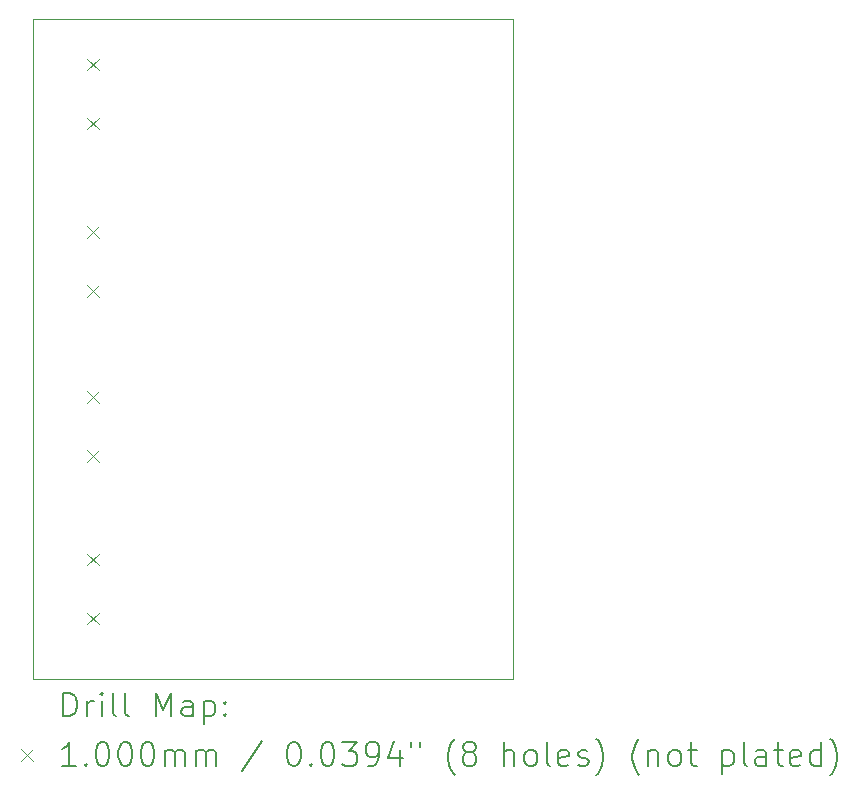
<source format=gbr>
%FSLAX45Y45*%
G04 Gerber Fmt 4.5, Leading zero omitted, Abs format (unit mm)*
G04 Created by KiCad (PCBNEW (6.0.5)) date 2023-05-17 00:23:07*
%MOMM*%
%LPD*%
G01*
G04 APERTURE LIST*
%TA.AperFunction,Profile*%
%ADD10C,0.100000*%
%TD*%
%ADD11C,0.200000*%
%ADD12C,0.100000*%
G04 APERTURE END LIST*
D10*
X3556000Y-10160000D02*
X7620000Y-10160000D01*
X7620000Y-10160000D02*
X7620000Y-15748000D01*
X7620000Y-15748000D02*
X3556000Y-15748000D01*
X3556000Y-15748000D02*
X3556000Y-10160000D01*
X3556000Y-10160000D02*
X7620000Y-10160000D01*
X7620000Y-10160000D02*
X7620000Y-15748000D01*
X7620000Y-15748000D02*
X3556000Y-15748000D01*
X3556000Y-15748000D02*
X3556000Y-10160000D01*
D11*
D12*
X4010000Y-10495000D02*
X4110000Y-10595000D01*
X4110000Y-10495000D02*
X4010000Y-10595000D01*
X4010000Y-10995000D02*
X4110000Y-11095000D01*
X4110000Y-10995000D02*
X4010000Y-11095000D01*
X4010000Y-11915048D02*
X4110000Y-12015048D01*
X4110000Y-11915048D02*
X4010000Y-12015048D01*
X4010000Y-12415048D02*
X4110000Y-12515048D01*
X4110000Y-12415048D02*
X4010000Y-12515048D01*
X4010000Y-13312048D02*
X4110000Y-13412048D01*
X4110000Y-13312048D02*
X4010000Y-13412048D01*
X4010000Y-13812048D02*
X4110000Y-13912048D01*
X4110000Y-13812048D02*
X4010000Y-13912048D01*
X4010000Y-14686000D02*
X4110000Y-14786000D01*
X4110000Y-14686000D02*
X4010000Y-14786000D01*
X4010000Y-15186000D02*
X4110000Y-15286000D01*
X4110000Y-15186000D02*
X4010000Y-15286000D01*
D11*
X3808619Y-16063476D02*
X3808619Y-15863476D01*
X3856238Y-15863476D01*
X3884809Y-15873000D01*
X3903857Y-15892048D01*
X3913381Y-15911095D01*
X3922905Y-15949190D01*
X3922905Y-15977762D01*
X3913381Y-16015857D01*
X3903857Y-16034905D01*
X3884809Y-16053952D01*
X3856238Y-16063476D01*
X3808619Y-16063476D01*
X4008619Y-16063476D02*
X4008619Y-15930143D01*
X4008619Y-15968238D02*
X4018143Y-15949190D01*
X4027667Y-15939667D01*
X4046714Y-15930143D01*
X4065762Y-15930143D01*
X4132428Y-16063476D02*
X4132428Y-15930143D01*
X4132428Y-15863476D02*
X4122905Y-15873000D01*
X4132428Y-15882524D01*
X4141952Y-15873000D01*
X4132428Y-15863476D01*
X4132428Y-15882524D01*
X4256238Y-16063476D02*
X4237190Y-16053952D01*
X4227667Y-16034905D01*
X4227667Y-15863476D01*
X4361000Y-16063476D02*
X4341952Y-16053952D01*
X4332429Y-16034905D01*
X4332429Y-15863476D01*
X4589571Y-16063476D02*
X4589571Y-15863476D01*
X4656238Y-16006333D01*
X4722905Y-15863476D01*
X4722905Y-16063476D01*
X4903857Y-16063476D02*
X4903857Y-15958714D01*
X4894333Y-15939667D01*
X4875286Y-15930143D01*
X4837190Y-15930143D01*
X4818143Y-15939667D01*
X4903857Y-16053952D02*
X4884810Y-16063476D01*
X4837190Y-16063476D01*
X4818143Y-16053952D01*
X4808619Y-16034905D01*
X4808619Y-16015857D01*
X4818143Y-15996809D01*
X4837190Y-15987286D01*
X4884810Y-15987286D01*
X4903857Y-15977762D01*
X4999095Y-15930143D02*
X4999095Y-16130143D01*
X4999095Y-15939667D02*
X5018143Y-15930143D01*
X5056238Y-15930143D01*
X5075286Y-15939667D01*
X5084810Y-15949190D01*
X5094333Y-15968238D01*
X5094333Y-16025381D01*
X5084810Y-16044428D01*
X5075286Y-16053952D01*
X5056238Y-16063476D01*
X5018143Y-16063476D01*
X4999095Y-16053952D01*
X5180048Y-16044428D02*
X5189571Y-16053952D01*
X5180048Y-16063476D01*
X5170524Y-16053952D01*
X5180048Y-16044428D01*
X5180048Y-16063476D01*
X5180048Y-15939667D02*
X5189571Y-15949190D01*
X5180048Y-15958714D01*
X5170524Y-15949190D01*
X5180048Y-15939667D01*
X5180048Y-15958714D01*
D12*
X3451000Y-16343000D02*
X3551000Y-16443000D01*
X3551000Y-16343000D02*
X3451000Y-16443000D01*
D11*
X3913381Y-16483476D02*
X3799095Y-16483476D01*
X3856238Y-16483476D02*
X3856238Y-16283476D01*
X3837190Y-16312048D01*
X3818143Y-16331095D01*
X3799095Y-16340619D01*
X3999095Y-16464428D02*
X4008619Y-16473952D01*
X3999095Y-16483476D01*
X3989571Y-16473952D01*
X3999095Y-16464428D01*
X3999095Y-16483476D01*
X4132428Y-16283476D02*
X4151476Y-16283476D01*
X4170524Y-16293000D01*
X4180048Y-16302524D01*
X4189571Y-16321571D01*
X4199095Y-16359667D01*
X4199095Y-16407286D01*
X4189571Y-16445381D01*
X4180048Y-16464428D01*
X4170524Y-16473952D01*
X4151476Y-16483476D01*
X4132428Y-16483476D01*
X4113381Y-16473952D01*
X4103857Y-16464428D01*
X4094333Y-16445381D01*
X4084809Y-16407286D01*
X4084809Y-16359667D01*
X4094333Y-16321571D01*
X4103857Y-16302524D01*
X4113381Y-16293000D01*
X4132428Y-16283476D01*
X4322905Y-16283476D02*
X4341952Y-16283476D01*
X4361000Y-16293000D01*
X4370524Y-16302524D01*
X4380048Y-16321571D01*
X4389571Y-16359667D01*
X4389571Y-16407286D01*
X4380048Y-16445381D01*
X4370524Y-16464428D01*
X4361000Y-16473952D01*
X4341952Y-16483476D01*
X4322905Y-16483476D01*
X4303857Y-16473952D01*
X4294333Y-16464428D01*
X4284810Y-16445381D01*
X4275286Y-16407286D01*
X4275286Y-16359667D01*
X4284810Y-16321571D01*
X4294333Y-16302524D01*
X4303857Y-16293000D01*
X4322905Y-16283476D01*
X4513381Y-16283476D02*
X4532429Y-16283476D01*
X4551476Y-16293000D01*
X4561000Y-16302524D01*
X4570524Y-16321571D01*
X4580048Y-16359667D01*
X4580048Y-16407286D01*
X4570524Y-16445381D01*
X4561000Y-16464428D01*
X4551476Y-16473952D01*
X4532429Y-16483476D01*
X4513381Y-16483476D01*
X4494333Y-16473952D01*
X4484810Y-16464428D01*
X4475286Y-16445381D01*
X4465762Y-16407286D01*
X4465762Y-16359667D01*
X4475286Y-16321571D01*
X4484810Y-16302524D01*
X4494333Y-16293000D01*
X4513381Y-16283476D01*
X4665762Y-16483476D02*
X4665762Y-16350143D01*
X4665762Y-16369190D02*
X4675286Y-16359667D01*
X4694333Y-16350143D01*
X4722905Y-16350143D01*
X4741952Y-16359667D01*
X4751476Y-16378714D01*
X4751476Y-16483476D01*
X4751476Y-16378714D02*
X4761000Y-16359667D01*
X4780048Y-16350143D01*
X4808619Y-16350143D01*
X4827667Y-16359667D01*
X4837190Y-16378714D01*
X4837190Y-16483476D01*
X4932429Y-16483476D02*
X4932429Y-16350143D01*
X4932429Y-16369190D02*
X4941952Y-16359667D01*
X4961000Y-16350143D01*
X4989571Y-16350143D01*
X5008619Y-16359667D01*
X5018143Y-16378714D01*
X5018143Y-16483476D01*
X5018143Y-16378714D02*
X5027667Y-16359667D01*
X5046714Y-16350143D01*
X5075286Y-16350143D01*
X5094333Y-16359667D01*
X5103857Y-16378714D01*
X5103857Y-16483476D01*
X5494333Y-16273952D02*
X5322905Y-16531095D01*
X5751476Y-16283476D02*
X5770524Y-16283476D01*
X5789571Y-16293000D01*
X5799095Y-16302524D01*
X5808619Y-16321571D01*
X5818143Y-16359667D01*
X5818143Y-16407286D01*
X5808619Y-16445381D01*
X5799095Y-16464428D01*
X5789571Y-16473952D01*
X5770524Y-16483476D01*
X5751476Y-16483476D01*
X5732428Y-16473952D01*
X5722905Y-16464428D01*
X5713381Y-16445381D01*
X5703857Y-16407286D01*
X5703857Y-16359667D01*
X5713381Y-16321571D01*
X5722905Y-16302524D01*
X5732428Y-16293000D01*
X5751476Y-16283476D01*
X5903857Y-16464428D02*
X5913381Y-16473952D01*
X5903857Y-16483476D01*
X5894333Y-16473952D01*
X5903857Y-16464428D01*
X5903857Y-16483476D01*
X6037190Y-16283476D02*
X6056238Y-16283476D01*
X6075286Y-16293000D01*
X6084809Y-16302524D01*
X6094333Y-16321571D01*
X6103857Y-16359667D01*
X6103857Y-16407286D01*
X6094333Y-16445381D01*
X6084809Y-16464428D01*
X6075286Y-16473952D01*
X6056238Y-16483476D01*
X6037190Y-16483476D01*
X6018143Y-16473952D01*
X6008619Y-16464428D01*
X5999095Y-16445381D01*
X5989571Y-16407286D01*
X5989571Y-16359667D01*
X5999095Y-16321571D01*
X6008619Y-16302524D01*
X6018143Y-16293000D01*
X6037190Y-16283476D01*
X6170524Y-16283476D02*
X6294333Y-16283476D01*
X6227667Y-16359667D01*
X6256238Y-16359667D01*
X6275286Y-16369190D01*
X6284809Y-16378714D01*
X6294333Y-16397762D01*
X6294333Y-16445381D01*
X6284809Y-16464428D01*
X6275286Y-16473952D01*
X6256238Y-16483476D01*
X6199095Y-16483476D01*
X6180048Y-16473952D01*
X6170524Y-16464428D01*
X6389571Y-16483476D02*
X6427667Y-16483476D01*
X6446714Y-16473952D01*
X6456238Y-16464428D01*
X6475286Y-16435857D01*
X6484809Y-16397762D01*
X6484809Y-16321571D01*
X6475286Y-16302524D01*
X6465762Y-16293000D01*
X6446714Y-16283476D01*
X6408619Y-16283476D01*
X6389571Y-16293000D01*
X6380048Y-16302524D01*
X6370524Y-16321571D01*
X6370524Y-16369190D01*
X6380048Y-16388238D01*
X6389571Y-16397762D01*
X6408619Y-16407286D01*
X6446714Y-16407286D01*
X6465762Y-16397762D01*
X6475286Y-16388238D01*
X6484809Y-16369190D01*
X6656238Y-16350143D02*
X6656238Y-16483476D01*
X6608619Y-16273952D02*
X6561000Y-16416809D01*
X6684809Y-16416809D01*
X6751476Y-16283476D02*
X6751476Y-16321571D01*
X6827667Y-16283476D02*
X6827667Y-16321571D01*
X7122905Y-16559667D02*
X7113381Y-16550143D01*
X7094333Y-16521571D01*
X7084809Y-16502524D01*
X7075286Y-16473952D01*
X7065762Y-16426333D01*
X7065762Y-16388238D01*
X7075286Y-16340619D01*
X7084809Y-16312048D01*
X7094333Y-16293000D01*
X7113381Y-16264428D01*
X7122905Y-16254905D01*
X7227667Y-16369190D02*
X7208619Y-16359667D01*
X7199095Y-16350143D01*
X7189571Y-16331095D01*
X7189571Y-16321571D01*
X7199095Y-16302524D01*
X7208619Y-16293000D01*
X7227667Y-16283476D01*
X7265762Y-16283476D01*
X7284809Y-16293000D01*
X7294333Y-16302524D01*
X7303857Y-16321571D01*
X7303857Y-16331095D01*
X7294333Y-16350143D01*
X7284809Y-16359667D01*
X7265762Y-16369190D01*
X7227667Y-16369190D01*
X7208619Y-16378714D01*
X7199095Y-16388238D01*
X7189571Y-16407286D01*
X7189571Y-16445381D01*
X7199095Y-16464428D01*
X7208619Y-16473952D01*
X7227667Y-16483476D01*
X7265762Y-16483476D01*
X7284809Y-16473952D01*
X7294333Y-16464428D01*
X7303857Y-16445381D01*
X7303857Y-16407286D01*
X7294333Y-16388238D01*
X7284809Y-16378714D01*
X7265762Y-16369190D01*
X7541952Y-16483476D02*
X7541952Y-16283476D01*
X7627667Y-16483476D02*
X7627667Y-16378714D01*
X7618143Y-16359667D01*
X7599095Y-16350143D01*
X7570524Y-16350143D01*
X7551476Y-16359667D01*
X7541952Y-16369190D01*
X7751476Y-16483476D02*
X7732428Y-16473952D01*
X7722905Y-16464428D01*
X7713381Y-16445381D01*
X7713381Y-16388238D01*
X7722905Y-16369190D01*
X7732428Y-16359667D01*
X7751476Y-16350143D01*
X7780048Y-16350143D01*
X7799095Y-16359667D01*
X7808619Y-16369190D01*
X7818143Y-16388238D01*
X7818143Y-16445381D01*
X7808619Y-16464428D01*
X7799095Y-16473952D01*
X7780048Y-16483476D01*
X7751476Y-16483476D01*
X7932428Y-16483476D02*
X7913381Y-16473952D01*
X7903857Y-16454905D01*
X7903857Y-16283476D01*
X8084809Y-16473952D02*
X8065762Y-16483476D01*
X8027667Y-16483476D01*
X8008619Y-16473952D01*
X7999095Y-16454905D01*
X7999095Y-16378714D01*
X8008619Y-16359667D01*
X8027667Y-16350143D01*
X8065762Y-16350143D01*
X8084809Y-16359667D01*
X8094333Y-16378714D01*
X8094333Y-16397762D01*
X7999095Y-16416809D01*
X8170524Y-16473952D02*
X8189571Y-16483476D01*
X8227667Y-16483476D01*
X8246714Y-16473952D01*
X8256238Y-16454905D01*
X8256238Y-16445381D01*
X8246714Y-16426333D01*
X8227667Y-16416809D01*
X8199095Y-16416809D01*
X8180048Y-16407286D01*
X8170524Y-16388238D01*
X8170524Y-16378714D01*
X8180048Y-16359667D01*
X8199095Y-16350143D01*
X8227667Y-16350143D01*
X8246714Y-16359667D01*
X8322905Y-16559667D02*
X8332428Y-16550143D01*
X8351476Y-16521571D01*
X8361000Y-16502524D01*
X8370524Y-16473952D01*
X8380048Y-16426333D01*
X8380048Y-16388238D01*
X8370524Y-16340619D01*
X8361000Y-16312048D01*
X8351476Y-16293000D01*
X8332428Y-16264428D01*
X8322905Y-16254905D01*
X8684810Y-16559667D02*
X8675286Y-16550143D01*
X8656238Y-16521571D01*
X8646714Y-16502524D01*
X8637190Y-16473952D01*
X8627667Y-16426333D01*
X8627667Y-16388238D01*
X8637190Y-16340619D01*
X8646714Y-16312048D01*
X8656238Y-16293000D01*
X8675286Y-16264428D01*
X8684810Y-16254905D01*
X8761000Y-16350143D02*
X8761000Y-16483476D01*
X8761000Y-16369190D02*
X8770524Y-16359667D01*
X8789571Y-16350143D01*
X8818143Y-16350143D01*
X8837190Y-16359667D01*
X8846714Y-16378714D01*
X8846714Y-16483476D01*
X8970524Y-16483476D02*
X8951476Y-16473952D01*
X8941952Y-16464428D01*
X8932429Y-16445381D01*
X8932429Y-16388238D01*
X8941952Y-16369190D01*
X8951476Y-16359667D01*
X8970524Y-16350143D01*
X8999095Y-16350143D01*
X9018143Y-16359667D01*
X9027667Y-16369190D01*
X9037190Y-16388238D01*
X9037190Y-16445381D01*
X9027667Y-16464428D01*
X9018143Y-16473952D01*
X8999095Y-16483476D01*
X8970524Y-16483476D01*
X9094333Y-16350143D02*
X9170524Y-16350143D01*
X9122905Y-16283476D02*
X9122905Y-16454905D01*
X9132429Y-16473952D01*
X9151476Y-16483476D01*
X9170524Y-16483476D01*
X9389571Y-16350143D02*
X9389571Y-16550143D01*
X9389571Y-16359667D02*
X9408619Y-16350143D01*
X9446714Y-16350143D01*
X9465762Y-16359667D01*
X9475286Y-16369190D01*
X9484810Y-16388238D01*
X9484810Y-16445381D01*
X9475286Y-16464428D01*
X9465762Y-16473952D01*
X9446714Y-16483476D01*
X9408619Y-16483476D01*
X9389571Y-16473952D01*
X9599095Y-16483476D02*
X9580048Y-16473952D01*
X9570524Y-16454905D01*
X9570524Y-16283476D01*
X9761000Y-16483476D02*
X9761000Y-16378714D01*
X9751476Y-16359667D01*
X9732429Y-16350143D01*
X9694333Y-16350143D01*
X9675286Y-16359667D01*
X9761000Y-16473952D02*
X9741952Y-16483476D01*
X9694333Y-16483476D01*
X9675286Y-16473952D01*
X9665762Y-16454905D01*
X9665762Y-16435857D01*
X9675286Y-16416809D01*
X9694333Y-16407286D01*
X9741952Y-16407286D01*
X9761000Y-16397762D01*
X9827667Y-16350143D02*
X9903857Y-16350143D01*
X9856238Y-16283476D02*
X9856238Y-16454905D01*
X9865762Y-16473952D01*
X9884810Y-16483476D01*
X9903857Y-16483476D01*
X10046714Y-16473952D02*
X10027667Y-16483476D01*
X9989571Y-16483476D01*
X9970524Y-16473952D01*
X9961000Y-16454905D01*
X9961000Y-16378714D01*
X9970524Y-16359667D01*
X9989571Y-16350143D01*
X10027667Y-16350143D01*
X10046714Y-16359667D01*
X10056238Y-16378714D01*
X10056238Y-16397762D01*
X9961000Y-16416809D01*
X10227667Y-16483476D02*
X10227667Y-16283476D01*
X10227667Y-16473952D02*
X10208619Y-16483476D01*
X10170524Y-16483476D01*
X10151476Y-16473952D01*
X10141952Y-16464428D01*
X10132429Y-16445381D01*
X10132429Y-16388238D01*
X10141952Y-16369190D01*
X10151476Y-16359667D01*
X10170524Y-16350143D01*
X10208619Y-16350143D01*
X10227667Y-16359667D01*
X10303857Y-16559667D02*
X10313381Y-16550143D01*
X10332429Y-16521571D01*
X10341952Y-16502524D01*
X10351476Y-16473952D01*
X10361000Y-16426333D01*
X10361000Y-16388238D01*
X10351476Y-16340619D01*
X10341952Y-16312048D01*
X10332429Y-16293000D01*
X10313381Y-16264428D01*
X10303857Y-16254905D01*
M02*

</source>
